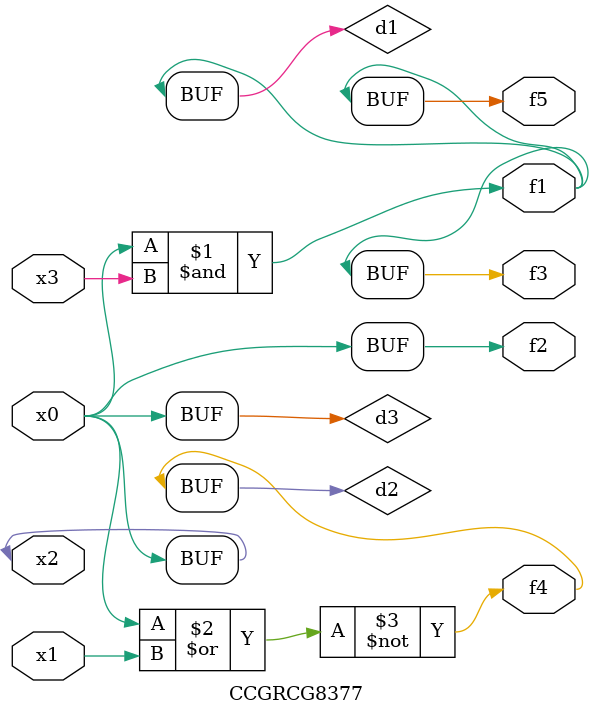
<source format=v>
module CCGRCG8377(
	input x0, x1, x2, x3,
	output f1, f2, f3, f4, f5
);

	wire d1, d2, d3;

	and (d1, x2, x3);
	nor (d2, x0, x1);
	buf (d3, x0, x2);
	assign f1 = d1;
	assign f2 = d3;
	assign f3 = d1;
	assign f4 = d2;
	assign f5 = d1;
endmodule

</source>
